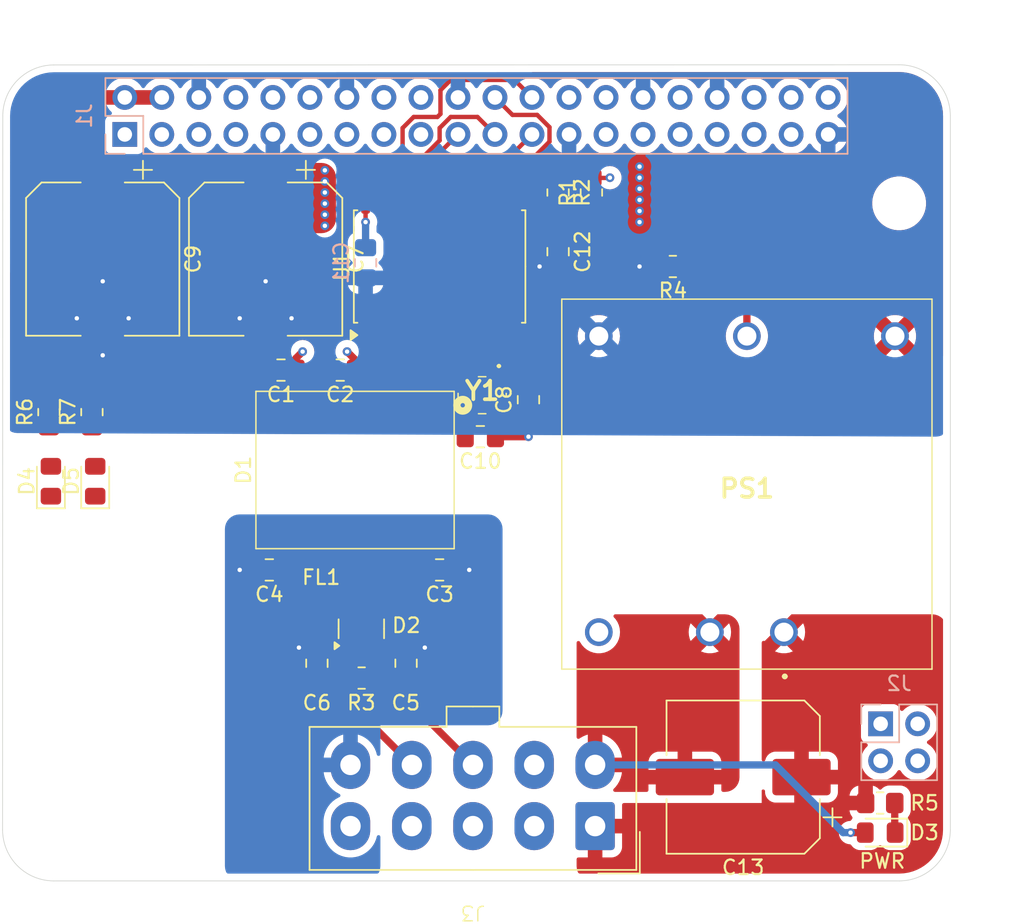
<source format=kicad_pcb>
(kicad_pcb (version 20240108) (generator "pcbnew") (generator_version "8.0")
  (layers (0 "F.Cu" signal) (1 "In1.Cu" signal) (2 "In2.Cu" signal) (31 "B.Cu" signal) (34 "B.Paste" user) (35 "F.Paste" user) (36 "B.SilkS" user "B.Silkscreen") (37 "F.SilkS" user "F.Silkscreen") (38 "B.Mask" user) (39 "F.Mask" user) (44 "Edge.Cuts" user))
  (net 0 "")
  (net 1 "Net-(U1-OSC1)")
  (net 2 "Net-(U1-OSC2)")
  (net 3 "Net-(C12-Pad1)")
  (net 4 "GNDPWR")
  (net 5 "GPIO_19")
  (net 6 "GPIO_17")
  (net 7 "Net-(D1-Visoin)")
  (net 8 "~{INT}")
  (net 9 "GPIO_22")
  (net 10 "GPIO_12")
  (net 13 "GPIO_16")
  (net 14 "GPIO_23")
  (net 15 "Net-(D1-CANH)")
  (net 16 "Net-(D1-CANL)")
  (net 17 "GPIO_18")
  (net 18 "GPIO_24")
  (net 20 "SPI_MISO")
  (net 21 "GPIO_20")
  (net 22 "CE0")
  (net 23 "+5V")
  (net 24 "SPI_MOSI")
  (net 25 "GPIO_21")
  (net 26 "GPIO_6")
  (net 27 "SPI_SCLK")
  (net 28 "Net-(D1-RXD)")
  (net 30 "Net-(D1-TXD)")
  (net 33 "GPIO_13")
  (net 37 "GPIO_27")
  (net 38 "GPIO_5")
  (net 39 "+3.3V")
  (net 42 "GPIO_26")
  (net 44 "CE1")
  (net 45 "Net-(U1-~{RESET})")
  (net 46 "GND")
  (net 47 "GND_CAN")
  (net 48 "+24V")
  (net 52 "CANH")
  (net 53 "CANL")
  (net 55 "Net-(PS1-TRIM)")
  (net 64 "Net-(D3-K)")
  (net 65 "Net-(D4-K)")
  (net 66 "Net-(D5-K)")
  (footprint "Capacitor_SMD:C_0805_2012Metric_Pad1.18x1.45mm_HandSolder" (layer "F.Cu") (at 134.112 100.704 180)
    (property "Reference" "C3" (at 0 -1.68 0) (layer "F.SilkS"))
    (property "Value" "0.1u")
    (pad "1" smd roundrect (at -1.0375 0 180) (size 1.175 1.45) (layers "F.Cu" "F.Paste" "F.Mask") (roundrect_rratio 0.212766) (net 47 "GND_CAN"))
    (pad "2" smd roundrect (at 1.0375 0 180) (size 1.175 1.45) (layers "F.Cu" "F.Paste" "F.Mask") (roundrect_rratio 0.212766) (net 7 "Net-(D1-Visoin)"))
  )
  (footprint "Resistor_SMD:R_0805_2012Metric_Pad1.20x1.40mm_HandSolder" (layer "F.Cu") (at 107.307 89.872 90)
    (property "Reference" "R6" (at 0 -1.65 90) (layer "F.SilkS"))
    (property "Value" "3k")
    (pad "1" smd roundrect (at -1 0 90) (size 1.2 1.4) (layers "F.Cu" "F.Paste" "F.Mask") (roundrect_rratio 0.208333) (net 65 "Net-(D4-K)"))
    (pad "2" smd roundrect (at 1 0 90) (size 1.2 1.4) (layers "F.Cu" "F.Paste" "F.Mask") (roundrect_rratio 0.208333) (net 46 "GND"))
  )
  (footprint "Resistor_SMD:R_0805_2012Metric_Pad1.20x1.40mm_HandSolder" (layer "F.Cu") (at 150.114 79.876 180)
    (property "Reference" "R4" (at 0 -1.65 360) (layer "F.SilkS"))
    (property "Value" "15k")
    (pad "1" smd roundrect (at -1 0 180) (size 1.2 1.4) (layers "F.Cu" "F.Paste" "F.Mask") (roundrect_rratio 0.208333) (net 55 "Net-(PS1-TRIM)"))
    (pad "2" smd roundrect (at 1 0 180) (size 1.2 1.4) (layers "F.Cu" "F.Paste" "F.Mask") (roundrect_rratio 0.208333) (net 46 "GND"))
  )
  (footprint "Capacitor_SMD:C_0805_2012Metric_Pad1.18x1.45mm_HandSolder" (layer "F.Cu") (at 123.2289 86.988 180)
    (property "Reference" "C1" (at 0 -1.68 0) (layer "F.SilkS"))
    (property "Value" "1u")
    (pad "1" smd roundrect (at -1.0375 0 180) (size 1.175 1.45) (layers "F.Cu" "F.Paste" "F.Mask") (roundrect_rratio 0.212766) (net 23 "+5V"))
    (pad "2" smd roundrect (at 1.0375 0 180) (size 1.175 1.45) (layers "F.Cu" "F.Paste" "F.Mask") (roundrect_rratio 0.212766) (net 46 "GND"))
  )
  (footprint "Resistor_SMD:R_0805_2012Metric_Pad1.20x1.40mm_HandSolder" (layer "F.Cu") (at 142.24 74.796 -90)
    (property "Reference" "R2" (at 0 -1.65 90) (layer "F.SilkS"))
    (property "Value" "1k")
    (pad "1" smd roundrect (at -1 0 270) (size 1.2 1.4) (layers "F.Cu" "F.Paste" "F.Mask") (roundrect_rratio 0.208333) (net 45 "Net-(U1-~{RESET})"))
    (pad "2" smd roundrect (at 1 0 270) (size 1.2 1.4) (layers "F.Cu" "F.Paste" "F.Mask") (roundrect_rratio 0.208333) (net 3 "Net-(C12-Pad1)"))
  )
  (footprint "Crystal_My:X322516MOB4SI" (layer "F.Cu") (at 137.03 88.712 180)
    (property "Reference" "Y1" (at 0 0.3 0) (layer "F.SilkS") (effects (font (size 1.27 1.27) (thickness 0.254))))
    (property "Value" "X322516MOB4SI" (hide yes))
    (pad "1" smd rect (at -1.1 0.85 270) (size 1.2 1.4) (layers "F.Cu" "F.Paste" "F.Mask") (net 1 "Net-(U1-OSC1)"))
    (pad "2" smd rect (at 1.1 0.85 270) (size 1.2 1.4) (layers "F.Cu" "F.Paste" "F.Mask") (net 46 "GND"))
    (pad "3" smd rect (at 1.1 -0.85 270) (size 1.2 1.4) (layers "F.Cu" "F.Paste" "F.Mask") (net 2 "Net-(U1-OSC2)"))
    (pad "4" smd rect (at -1.1 -0.85 270) (size 1.2 1.4) (layers "F.Cu" "F.Paste" "F.Mask") (net 46 "GND"))
  )
  (footprint "DCDC_My:SKMW30G12" (layer "F.Cu") (at 157.734 104.976)
    (property "Reference" "PS1" (at -2.54 -9.86 0) (layer "F.SilkS") (effects (font (size 1.27 1.27) (thickness 0.254))))
    (property "Value" "SKMW30F-05" (hide yes))
    (pad "1" thru_hole circle (at 0 0) (size 1.9 1.9) (drill 1.3) (layers "*.Cu" "*.Mask") (net 4 "GNDPWR"))
    (pad "2" thru_hole circle (at -5.08 0) (size 1.9 1.9) (drill 1.3) (layers "*.Cu" "*.Mask") (net 48 "+24V"))
    (pad "3" thru_hole circle (at 7.62 -20.32) (size 1.9 1.9) (drill 1.3) (layers "*.Cu" "*.Mask") (net 23 "+5V"))
    (pad "4" thru_hole circle (at -2.54 -20.32) (size 1.9 1.9) (drill 1.3) (layers "*.Cu" "*.Mask") (net 55 "Net-(PS1-TRIM)"))
    (pad "5" thru_hole circle (at -12.7 -20.32) (size 1.9 1.9) (drill 1.3) (layers "*.Cu" "*.Mask") (net 46 "GND"))
    (pad "6" thru_hole circle (at -12.7 0) (size 1.9 1.9) (drill 1.3) (layers "*.Cu" "*.Mask"))
  )
  (footprint "MountingHole:MountingHole_3.2mm_M3" (layer "F.Cu") (at 107.64 112.54)
    (property "Reference" "H6" (hide yes))
    (property "Value" "MountingHole" (hide yes))
    (pad "" np_thru_hole circle (at 0 0) (size 3.2 3.2) (drill 3.2) (layers "*.Cu" "*.Mask"))
  )
  (footprint "Capacitor_SMD:C_0805_2012Metric_Pad1.18x1.45mm_HandSolder" (layer "F.Cu") (at 127.2929 86.988 180)
    (property "Reference" "C2" (at 0 -1.68 0) (layer "F.SilkS"))
    (property "Value" "0.1u")
    (pad "1" smd roundrect (at -1.0375 0 180) (size 1.175 1.45) (layers "F.Cu" "F.Paste" "F.Mask") (roundrect_rratio 0.212766) (net 39 "+3.3V"))
    (pad "2" smd roundrect (at 1.0375 0 180) (size 1.175 1.45) (layers "F.Cu" "F.Paste" "F.Mask") (roundrect_rratio 0.212766) (net 46 "GND"))
  )
  (footprint "Package_TO_SOT_SMD:SOT-23" (layer "F.Cu") (at 128.7405 104.7475 90)
    (property "Reference" "D2" (at 0.2335 3.0855 180) (layer "F.SilkS"))
    (property "Value" "PESD2CAN")
    (pad "1" smd roundrect (at -0.9375 -0.95 90) (size 1.475 0.6) (layers "F.Cu" "F.Paste" "F.Mask") (net 53 "CANL"))
    (pad "2" smd roundrect (at -0.9375 0.95 90) (size 1.475 0.6) (layers "F.Cu" "F.Paste" "F.Mask") (net 52 "CANH"))
    (pad "3" smd roundrect (at 0.9375 0 90) (size 1.475 0.6) (layers "F.Cu" "F.Paste" "F.Mask") (net 47 "GND_CAN"))
  )
  (footprint "Capacitor_SMD:C_0805_2012Metric_Pad1.18x1.45mm_HandSolder" (layer "F.Cu") (at 136.906 91.56 180)
    (property "Reference" "C10" (at 0 -1.68 0) (layer "F.SilkS"))
    (property "Value" "22p")
    (pad "1" smd roundrect (at -1.0375 0 180) (size 1.175 1.45) (layers "F.Cu" "F.Paste" "F.Mask") (roundrect_rratio 0.212766) (net 46 "GND"))
    (pad "2" smd roundrect (at 1.0375 0 180) (size 1.175 1.45) (layers "F.Cu" "F.Paste" "F.Mask") (roundrect_rratio 0.212766) (net 2 "Net-(U1-OSC2)"))
  )
  (footprint "Capacitor_SMD:C_0805_2012Metric_Pad1.18x1.45mm_HandSolder" (layer "F.Cu") (at 125.6925 107.112 90)
    (property "Reference" "C6" (at -2.7155 0 180) (layer "F.SilkS"))
    (property "Value" "0.1u")
    (pad "1" smd roundrect (at -1.0375 0 90) (size 1.175 1.45) (layers "F.Cu" "F.Paste" "F.Mask") (roundrect_rratio 0.212766) (net 53 "CANL"))
    (pad "2" smd roundrect (at 1.0375 0 90) (size 1.175 1.45) (layers "F.Cu" "F.Paste" "F.Mask") (roundrect_rratio 0.212766) (net 47 "GND_CAN"))
  )
  (footprint "Molex_My:MIni-Fit_02x05_Vertical" (layer "F.Cu") (at 136.398 116.64 180)
    (property "Reference" "J3" (at 0 -7.612 180) (layer "F.SilkS") (effects (font (thickness 0.1))))
    (property "Value" "DS1073-01-2x5-MR3T6")
    (pad "1" thru_hole roundrect (at -8.382 -1.651 180) (size 2.7 3.3) (drill 1.4) (layers "*.Cu" "*.Mask") (roundrect_rratio 0.092593) (net 4 "GNDPWR"))
    (pad "2" thru_hole oval (at -4.2 -1.651 180) (size 2.7 3.3) (drill 1.4) (layers "*.Cu" "*.Mask"))
    (pad "3" thru_hole oval (at 0 -1.651 180) (size 2.7 3.3) (drill 1.4) (layers "*.Cu" "*.Mask"))
    (pad "4" thru_hole oval (at 4.191 -1.651 180) (size 2.7 3.3) (drill 1.4) (layers "*.Cu" "*.Mask"))
    (pad "5" thru_hole oval (at 8.4 -1.651 180) (size 2.7 3.3) (drill 1.4) (layers "*.Cu" "*.Mask"))
    (pad "6" thru_hole oval (at -8.382 2.549 180) (size 2.7 3.3) (drill 1.4) (layers "*.Cu" "*.Mask") (net 48 "+24V"))
    (pad "7" thru_hole oval (at -4.2 2.549 180) (size 2.7 3.3) (drill 1.4) (layers "*.Cu" "*.Mask"))
    (pad "8" thru_hole oval (at 0 2.549 180) (size 2.7 3.3) (drill 1.4) (layers "*.Cu" "*.Mask") (net 52 "CANH"))
    (pad "9" thru_hole oval (at 4.191 2.549 180) (size 2.7 3.3) (drill 1.4) (layers "*.Cu" "*.Mask") (net 53 "CANL"))
    (pad "10" thru_hole oval (at 8.4 2.549 180) (size 2.7 3.3) (drill 1.4) (layers "*.Cu" "*.Mask") (net 47 "GND_CAN"))
  )
  (footprint "Resistor_SMD:R_0805_2012Metric_Pad1.20x1.40mm_HandSolder" (layer "F.Cu") (at 144.526 74.796 90)
    (property "Reference" "R1" (at 0 -1.65 90) (layer "F.SilkS"))
    (property "Value" "1k")
    (pad "1" smd roundrect (at -1 0 90) (size 1.2 1.4) (layers "F.Cu" "F.Paste" "F.Mask") (roundrect_rratio 0.208333) (net 3 "Net-(C12-Pad1)"))
    (pad "2" smd roundrect (at 1 0 90) (size 1.2 1.4) (layers "F.Cu" "F.Paste" "F.Mask") (roundrect_rratio 0.208333) (net 39 "+3.3V"))
  )
  (footprint "Resistor_SMD:R_0805_2012Metric_Pad1.20x1.40mm_HandSolder" (layer "F.Cu") (at 128.762 108.128)
    (property "Reference" "R3" (at -0.0215 1.6995 0) (layer "F.SilkS"))
    (property "Value" "120")
    (pad "1" smd roundrect (at -1 0) (size 1.2 1.4) (layers "F.Cu" "F.Paste" "F.Mask") (roundrect_rratio 0.208333) (net 53 "CANL"))
    (pad "2" smd roundrect (at 1 0) (size 1.2 1.4) (layers "F.Cu" "F.Paste" "F.Mask") (roundrect_rratio 0.208333) (net 52 "CANH"))
  )
  (footprint "LED_SMD:LED_0805_2012Metric_Pad1.15x1.40mm_HandSolder" (layer "F.Cu") (at 107.442 94.617 90)
    (property "Reference" "D4" (at 0 -1.65 90) (layer "F.SilkS"))
    (property "Value" "LED_Small")
    (pad "1" smd roundrect (at -1.025 0 90) (size 1.15 1.4) (layers "F.Cu" "F.Paste" "F.Mask") (roundrect_rratio 0.217391) (net 65 "Net-(D4-K)"))
    (pad "2" smd roundrect (at 1.025 0 90) (size 1.15 1.4) (layers "F.Cu" "F.Paste" "F.Mask") (roundrect_rratio 0.217391) (net 23 "+5V"))
  )
  (footprint "Capacitor_SMD:CP_Elec_10x10" (layer "F.Cu") (at 154.94 114.928 180)
    (property "Reference" "C13" (at 0 -6.2 0) (layer "F.SilkS"))
    (property "Value" "100u")
    (pad "1" smd roundrect (at -4 0 180) (size 4 2.5) (layers "F.Cu" "F.Paste" "F.Mask") (roundrect_rratio 0.1) (net 4 "GNDPWR"))
    (pad "2" smd roundrect (at 4 0 180) (size 4 2.5) (layers "F.Cu" "F.Paste" "F.Mask") (roundrect_rratio 0.1) (net 48 "+24V"))
  )
  (footprint "Capacitor_SMD:CP_Elec_10x10" (layer "F.Cu") (at 122.174 79.368 -90)
    (property "Reference" "C7" (at 0 -6.2 90) (layer "F.SilkS"))
    (property "Value" "470u")
    (pad "1" smd roundrect (at -4 0 270) (size 4 2.5) (layers "F.Cu" "F.Paste" "F.Mask") (roundrect_rratio 0.1) (net 23 "+5V"))
    (pad "2" smd roundrect (at 4 0 270) (size 4 2.5) (layers "F.Cu" "F.Paste" "F.Mask") (roundrect_rratio 0.1) (net 46 "GND"))
  )
  (footprint "Filter_My:ACM25201022PT002" (layer "F.Cu") (at 128.778 101.212 180)
    (property "Reference" "FL1" (at 2.794 0 0) (layer "F.SilkS"))
    (property "Value" "ACM2520-301-2P" (hide yes))
    (pad "1" smd rect (at -1.15 -0.65 270) (size 0.4 0.8) (layers "F.Cu" "F.Paste" "F.Mask") (net 15 "Net-(D1-CANH)"))
    (pad "2" smd rect (at -1.15 0.65 270) (size 0.4 0.8) (layers "F.Cu" "F.Paste" "F.Mask") (net 52 "CANH"))
    (pad "3" smd rect (at 1.15 0.65 270) (size 0.4 0.8) (layers "F.Cu" "F.Paste" "F.Mask") (net 16 "Net-(D1-CANL)"))
    (pad "4" smd rect (at 1.15 -0.65 270) (size 0.4 0.8) (layers "F.Cu" "F.Paste" "F.Mask") (net 53 "CANL"))
  )
  (footprint "Resistor_SMD:R_0805_2012Metric_Pad1.20x1.40mm_HandSolder" (layer "F.Cu") (at 164.338 116.706 180)
    (property "Reference" "R5" (at -3.048 0 360) (layer "F.SilkS"))
    (property "Value" "3k")
    (pad "1" smd roundrect (at -1 0 180) (size 1.2 1.4) (layers "F.Cu" "F.Paste" "F.Mask") (roundrect_rratio 0.208333) (net 64 "Net-(D3-K)"))
    (pad "2" smd roundrect (at 1 0 180) (size 1.2 1.4) (layers "F.Cu" "F.Paste" "F.Mask") (roundrect_rratio 0.208333) (net 4 "GNDPWR"))
  )
  (footprint "LED_SMD:LED_0805_2012Metric_Pad1.15x1.40mm_HandSolder" (layer "F.Cu") (at 164.338 118.738 180)
    (property "Reference" "D3" (at -3.048 0 360) (layer "F.SilkS"))
    (property "Value" "PWR")
    (pad "1" smd roundrect (at -1.025 0 180) (size 1.15 1.4) (layers "F.Cu" "F.Paste" "F.Mask") (roundrect_rratio 0.217391) (net 64 "Net-(D3-K)"))
    (pad "2" smd roundrect (at 1.025 0 180) (size 1.15 1.4) (layers "F.Cu" "F.Paste" "F.Mask") (roundrect_rratio 0.217391) (net 48 "+24V"))
  )
  (footprint "Capacitor_SMD:C_0805_2012Metric_Pad1.18x1.45mm_HandSolder" (layer "F.Cu") (at 140.208 89.02 90)
    (property "Reference" "C8" (at 0 -1.68 90) (layer "F.SilkS"))
    (property "Value" "22p")
    (pad "1" smd roundrect (at -1.0375 0 90) (size 1.175 1.45) (layers "F.Cu" "F.Paste" "F.Mask") (roundrect_rratio 0.212766) (net 46 "GND"))
    (pad "2" smd roundrect (at 1.0375 0 90) (size 1.175 1.45) (layers "F.Cu" "F.Paste" "F.Mask") (roundrect_rratio 0.212766) (net 1 "Net-(U1-OSC1)"))
  )
  (footprint "Capacitor_SMD:C_0805_2012Metric_Pad1.18x1.45mm_HandSolder" (layer "F.Cu") (at 142.24 78.86 -90)
    (property "Reference" "C12" (at 0 -1.68 90) (layer "F.SilkS"))
    (property "Value" "0.1u")
    (pad "1" smd roundrect (at -1.0375 0 270) (size 1.175 1.45) (layers "F.Cu" "F.Paste" "F.Mask") (roundrect_rratio 0.212766) (net 3 "Net-(C12-Pad1)"))
    (pad "2" smd roundrect (at 1.0375 0 270) (size 1.175 1.45) (layers "F.Cu" "F.Paste" "F.Mask") (roundrect_rratio 0.212766) (net 46 "GND"))
  )
  (footprint "Resistor_SMD:R_0805_2012Metric_Pad1.20x1.40mm_HandSolder" (layer "F.Cu") (at 110.257 89.872 90)
    (property "Reference" "R7" (at 0 -1.65 90) (layer "F.SilkS"))
    (property "Value" "3k")
    (pad "1" smd roundrect (at -1 0 90) (size 1.2 1.4) (layers "F.Cu" "F.Paste" "F.Mask") (roundrect_rratio 0.208333) (net 66 "Net-(D5-K)"))
    (pad "2" smd roundrect (at 1 0 90) (size 1.2 1.4) (layers "F.Cu" "F.Paste" "F.Mask") (roundrect_rratio 0.208333) (net 46 "GND"))
  )
  (footprint "Package_SO:SOIC-18W_7.5x11.6mm_P1.27mm" (layer "F.Cu") (at 134.112 79.876 90)
    (property "Reference" "U1" (at 0 -6.72 90) (layer "F.SilkS"))
    (property "Value" "MCP2515-xSO")
    (pad "1" smd roundrect (at -4.65 -5.08 90) (size 2.05 0.6) (layers "F.Cu" "F.Paste" "F.Mask") (net 30 "Net-(D1-TXD)"))
    (pad "2" smd roundrect (at -4.65 -3.81 90) (size 2.05 0.6) (layers "F.Cu" "F.Paste" "F.Mask") (net 28 "Net-(D1-RXD)"))
    (pad "3" smd roundrect (at -4.65 -2.54 90) (size 2.05 0.6) (layers "F.Cu" "F.Paste" "F.Mask"))
    (pad "4" smd roundrect (at -4.65 -1.27 90) (size 2.05 0.6) (layers "F.Cu" "F.Paste" "F.Mask"))
    (pad "5" smd roundrect (at -4.65 0 90) (size 2.05 0.6) (layers "F.Cu" "F.Paste" "F.Mask"))
    (pad "6" smd roundrect (at -4.65 1.27 90) (size 2.05 0.6) (layers "F.Cu" "F.Paste" "F.Mask"))
    (pad "7" smd roundrect (at -4.65 2.54 90) (size 2.05 0.6) (layers "F.Cu" "F.Paste" "F.Mask") (net 2 "Net-(U1-OSC2)"))
    (pad "8" smd roundrect (at -4.65 3.81 90) (size 2.05 0.6) (layers "F.Cu" "F.Paste" "F.Mask") (net 1 "Net-(U1-OSC1)"))
    (pad "9" smd roundrect (at -4.65 5.08 90) (size 2.05 0.6) (layers "F.Cu" "F.Paste" "F.Mask") (net 46 "GND"))
    (pad "10" smd roundrect (at 4.65 5.08 90) (size 2.05 0.6) (layers "F.Cu" "F.Paste" "F.Mask"))
    (pad "11" smd roundrect (at 4.65 3.81 90) (size 2.05 0.6) (layers "F.Cu" "F.Paste" "F.Mask"))
    (pad "12" smd roundrect (at 4.65 2.54 90) (size 2.05 0.6) (layers "F.Cu" "F.Paste" "F.Mask") (net 8 "~{INT}"))
    (pad "13" smd roundrect (at 4.65 1.27 90) (size 2.05 0.6) (layers "F.Cu" "F.Paste" "F.Mask") (net 27 "SPI_SCLK"))
    (pad "14" smd roundrect (at 4.65 0 90) (size 2.05 0.6) (layers "F.Cu" "F.Paste" "F.Mask") (net 24 "SPI_MOSI"))
    (pad "15" smd roundrect (at 4.65 -1.27 90) (size 2.05 0.6) (layers "F.Cu" "F.Paste" "F.Mask") (net 20 "SPI_MISO"))
    (pad "16" smd roundrect (at 4.65 -2.54 90) (size 2.05 0.6) (layers "F.Cu" "F.Paste" "F.Mask") (net 22 "CE0"))
    (pad "17" smd roundrect (at 4.65 -3.81 90) (size 2.05 0.6) (layers "F.Cu" "F.Paste" "F.Mask") (net 45 "Net-(U1-~{RESET})"))
    (pad "18" smd roundrect (at 4.65 -5.08 90) (size 2.05 0.6) (layers "F.Cu" "F.Paste" "F.Mask") (net 39 "+3.3V"))
  )
  (footprint "Mornsun_My:DFN-20" (layer "F.Cu") (at 128.3089 93.846 180)
    (property "Reference" "D1" (at 7.6589 0 90) (layer "F.SilkS"))
    (property "Value" "TD541SCANH")
    (pad "1" smd rect (at -5.715 4.35 90) (size 1.9 0.9) (layers "F.Cu" "F.Paste" "F.Mask") (net 46 "GND"))
    (pad "2" smd rect (at -4.445 4.35 90) (size 1.9 0.9) (layers "F.Cu" "F.Paste" "F.Mask"))
    (pad "3" smd rect (at -3.175 4.35 90) (size 1.9 0.9) (layers "F.Cu" "F.Paste" "F.Mask") (net 46 "GND"))
    (pad "4" smd rect (at -1.905 4.35 90) (size 1.9 0.9) (layers "F.Cu" "F.Paste" "F.Mask") (net 28 "Net-(D1-RXD)"))
    (pad "5" smd rect (at -0.635 4.35 90) (size 1.9 0.9) (layers "F.Cu" "F.Paste" "F.Mask") (net 30 "Net-(D1-TXD)"))
    (pad "6" smd rect (at 0.635 4.35 90) (size 1.9 0.9) (layers "F.Cu" "F.Paste" "F.Mask") (net 39 "+3.3V"))
    (pad "7" smd rect (at 1.905 4.35 90) (size 1.9 0.9) (layers "F.Cu" "F.Paste" "F.Mask") (net 46 "GND"))
    (pad "8" smd rect (at 3.175 4.35 90) (size 1.9 0.9) (layers "F.Cu" "F.Paste" "F.Mask") (net 23 "+5V"))
    (pad "9" smd rect (at 4.445 4.35 90) (size 1.9 0.9) (layers "F.Cu" "F.Paste" "F.Mask") (net 46 "GND"))
    (pad "10" smd rect (at 5.715 4.35 90) (size 1.9 0.9) (layers "F.Cu" "F.Paste" "F.Mask") (net 46 "GND"))
    (pad "11" smd rect (at 5.715 -4.35 90) (size 1.9 0.9) (layers "F.Cu" "F.Paste" "F.Mask") (net 47 "GND_CAN"))
    (pad "12" smd rect (at 4.445 -4.35 90) (size 1.9 0.9) (layers "F.Cu" "F.Paste" "F.Mask") (net 7 "Net-(D1-Visoin)"))
    (pad "13" smd rect (at 3.175 -4.35 90) (size 1.9 0.9) (layers "F.Cu" "F.Paste" "F.Mask") (net 47 "GND_CAN"))
    (pad "14" smd rect (at 1.905 -4.35 90) (size 1.9 0.9) (layers "F.Cu" "F.Paste" "F.Mask"))
    (pad "15" smd rect (at 0.635 -4.35 90) (size 1.9 0.9) (layers "F.Cu" "F.Paste" "F.Mask") (net 16 "Net-(D1-CANL)"))
    (pad "16" smd rect (at -0.635 -4.35 90) (size 1.9 0.9) (layers "F.Cu" "F.Paste" "F.Mask") (net 47 "GND_CAN"))
    (pad "17" smd rect (at -1.905 -4.35 90) (size 1.9 0.9) (layers "F.Cu" "F.Paste" "F.Mask") (net 15 "Net-(D1-CANH)"))
    (pad "18" smd rect (at -3.175 -4.35 90) (size 1.9 0.9) (layers "F.Cu" "F.Paste" "F.Mask") (net 47 "GND_CAN"))
    (pad "19" smd rect (at -4.445 -4.35 90) (size 1.9 0.9) (layers "F.Cu" "F.Paste" "F.Mask") (net 7 "Net-(D1-Visoin)"))
    (pad "20" smd rect (at -5.715 -4.35 90) (size 1.9 0.9) (layers "F.Cu" "F.Paste" "F.Mask") (net 47 "GND_CAN"))
  )
  (footprint "LED_SMD:LED_0805_2012Metric_Pad1.15x1.40mm_HandSolder" (layer "F.Cu") (at 110.482 94.617 90)
    (property "Reference" "D5" (at 0 -1.65 90) (layer "F.SilkS"))
    (property "Value" "LED_Small")
    (pad "1" smd roundrect (at -1.025 0 90) (size 1.15 1.4) (layers "F.Cu" "F.Paste" "F.Mask") (roundrect_rratio 0.217391) (net 66 "Net-(D5-K)"))
    (pad "2" smd roundrect (at 1.025 0 90) (size 1.15 1.4) (layers "F.Cu" "F.Paste" "F.Mask") (roundrect_rratio 0.217391) (net 39 "+3.3V"))
  )
  (footprint "Capacitor_SMD:C_0805_2012Metric_Pad1.18x1.45mm_HandSolder" (layer "F.Cu") (at 131.81 107.112 -90)
    (property "Reference" "C5" (at 2.7155 0.0215 180) (layer "F.SilkS"))
    (property "Value" "0.1u")
    (pad "1" smd roundrect (at -1.0375 0 270) (size 1.175 1.45) (layers "F.Cu" "F.Paste" "F.Mask") (roundrect_rratio 0.212766) (net 47 "GND_CAN"))
    (pad "2" smd roundrect (at 1.0375 0 270) (size 1.175 1.45) (layers "F.Cu" "F.Paste" "F.Mask") (roundrect_rratio 0.212766) (net 52 "CANH"))
  )
  (footprint "Capacitor_SMD:CP_Elec_10x10" (layer "F.Cu") (at 110.998 79.368 -90)
    (property "Reference" "C9" (at 0 -6.2 90) (layer "F.SilkS"))
    (property "Value" "470u")
    (pad "1" smd roundrect (at -4 0 270) (size 4 2.5) (layers "F.Cu" "F.Paste" "F.Mask") (roundrect_rratio 0.1) (net 23 "+5V"))
    (pad "2" smd roundrect (at 4 0 270) (size 4 2.5) (layers "F.Cu" "F.Paste" "F.Mask") (roundrect_rratio 0.1) (net 46 "GND"))
  )
  (footprint "Capacitor_SMD:C_0805_2012Metric_Pad1.18x1.45mm_HandSolder" (layer "F.Cu") (at 122.428 100.704 180)
    (property "Reference" "C4" (at 0 -1.68 0) (layer "F.SilkS"))
    (property "Value" "1u")
    (pad "1" smd roundrect (at -1.0375 0 180) (size 1.175 1.45) (layers "F.Cu" "F.Paste" "F.Mask") (roundrect_rratio 0.212766) (net 7 "Net-(D1-Visoin)"))
    (pad "2" smd roundrect (at 1.0375 0 180) (size 1.175 1.45) (layers "F.Cu" "F.Paste" "F.Mask") (roundrect_rratio 0.212766) (net 47 "GND_CAN"))
  )
  (footprint "MountingHole:MountingHole_3.2mm_M3" (layer "F.Cu") (at 165.64 75.54)
    (property "Reference" "H5" (hide yes))
    (property "Value" "MountingHole" (hide yes))
    (pad "" np_thru_hole circle (at 0 0) (size 3.2 3.2) (drill 3.2) (layers "*.Cu" "*.Mask"))
  )
  (footprint "Connector_PinSocket_2.54mm:PinSocket_2x02_P2.54mm_Vertical" (layer "B.Cu") (at 164.37 111.27 180)
    (property "Reference" "J2" (at -1.27 2.77 0) (layer "B.SilkS") (effects (justify mirror)))
    (property "Value" "Conn_02x02_Odd_Even")
    (pad "1" thru_hole rect (at 0 0 180) (size 1.7 1.7) (drill 1) (layers "*.Cu" "*.Mask"))
    (pad "2" thru_hole oval (at -2.54 0 180) (size 1.7 1.7) (drill 1) (layers "*.Cu" "*.Mask"))
    (pad "3" thru_hole oval (at 0 -2.54 180) (size 1.7 1.7) (drill 1) (layers "*.Cu" "*.Mask"))
    (pad "4" thru_hole oval (at -2.54 -2.54 180) (size 1.7 1.7) (drill 1) (layers "*.Cu" "*.Mask"))
  )
  (footprint "Connector_PinSocket_2.54mm:PinSocket_2x20_P2.54mm_Vertical" (layer "B.Cu") (at 112.51 70.81 -90)
    (property "Reference" "J1" (at -1.27 2.77 90) (layer "B.SilkS") (effects (justify mirror)))
    (property "Value" "Raspberry Connector")
    (pad "1" thru_hole rect (at 0 0 270) (size 1.7 1.7) (drill 1) (layers "*.Cu" "*.Mask") (net 39 "+3.3V"))
    (pad "2" thru_hole oval (at -2.54 0 270) (size 1.7 1.7) (drill 1) (layers "*.Cu" "*.Mask") (net 23 "+5V"))
    (pad "3" thru_hole oval (at 0 -2.54 270) (size 1.7 1.7) (drill 1) (layers "*.Cu" "*.Mask"))
    (pad "4" thru_hole oval (at -2.54 -2.54 270) (size 1.7 1.7) (drill 1) (layers "*.Cu" "*.Mask") (net 23 "+5V"))
    (pad "5" thru_hole oval (at 0 -5.08 270) (size 1.7 1.7) (drill 1) (layers "*.Cu" "*.Mask"))
    (pad "6" thru_hole oval (at -2.54 -5.08 270) (size 1.7 1.7) (drill 1) (layers "*.Cu" "*.Mask") (net 46 "GND"))
    (pad "7" thru_hole oval (at 0 -7.62 270) (size 1.7 1.7) (drill 1) (layers "*.Cu" "*.Mask"))
    (pad "8" thru_hole oval (at -2.54 -7.62 270) (size 1.7 1.7) (drill 1) (layers "*.Cu" "*.Mask"))
    (pad "9" thru_hole oval (at 0 -10.16 270) (size 1.7 1.7) (drill 1) (layers "*.Cu" "*.Mask") (net 46 "GND"))
    (pad "10" thru_hole oval (at -2.54 -10.16 270) (size 1.7 1.7) (drill 1) (layers "*.Cu" "*.Mask"))
    (pad "11" thru_hole oval (at 0 -12.7 270) (size 1.7 1.7) (drill 1) (layers "*.Cu" "*.Mask") (net 6 "GPIO_17"))
    (pad "12" thru_hole oval (at -2.54 -12.7 270) (size 1.7 1.7) (drill 1) (layers "*.Cu" "*.Mask") (net 17 "GPIO_18"))
    (pad "13" thru_hole oval (at 0 -15.24 270) (size 1.7 1.7) (drill 1) (layers "*.Cu" "*.Mask") (net 37 "GPIO_27"))
    (pad "14" thru_hole oval (at -2.54 -15.24 270) (size 1.7 1.7) (drill 1) (layers "*.Cu" "*.Mask") (net 46 "GND"))
    (pad "15" thru_hole oval (at 0 -17.78 270) (size 1.7 1.7) (drill 1) (layers "*.Cu" "*.Mask") (net 9 "GPIO_22"))
    (pad "16" thru_hole oval (at -2.54 -17.78 270) (size 1.7 1.7) (drill 1) (layers "*.Cu" "*.Mask") (net 14 "GPIO_23"))
    (pad "17" thru_hole oval (at 0 -20.32 270) (size 1.7 1.7) (drill 1) (layers "*.Cu" "*.Mask") (net 39 "+3.3V"))
    (pad "18" thru_hole oval (at -2.54 -20.32 270) (size 1.7 1.7) (drill 1) (layers "*.Cu" "*.Mask") (net 18 "GPIO_24"))
    (pad "19" thru_hole oval (at 0 -22.86 270) (size 1.7 1.7) (drill 1) (layers "*.Cu" "*.Mask") (net 24 "SPI_MOSI"))
    (pad "20" thru_hole oval (at -2.54 -22.86 270) (size 1.7 1.7) (drill 1) (layers "*.Cu" "*.Mask") (net 46 "GND"))
    (pad "21" thru_hole oval (at 0 -25.4 270) (size 1.7 1.7) (drill 1) (layers "*.Cu" "*.Mask") (net 20 "SPI_MISO"))
    (pad "22" thru_hole oval (at -2.54 -25.4 270) (size 1.7 1.7) (drill 1) (layers "*.Cu" "*.Mask") (net 8 "~{INT}"))
    (pad "23" thru_hole oval (at 0 -27.94 270) (size 1.7 1.7) (drill 1) (layers "*.Cu" "*.Mask") (net 27 "SPI_SCLK"))
    (pad "24" thru_hole oval (at -2.54 -27.94 270) (size 1.7 1.7) (drill 1) (layers "*.Cu" "*.Mask") (net 22 "CE0"))
    (pad "25" thru_hole oval (at 0 -30.48 270) (size 1.7 1.7) (drill 1) (layers "*.Cu" "*.Mask") (net 46 "GND"))
    (pad "26" thru_hole oval (at -2.54 -30.48 270) (size 1.7 1.7) (drill 1) (layers "*.Cu" "*.Mask") (net 44 "CE1"))
    (pad "27" thru_hole oval (at 0 -33.02 270) (size 1.7 1.7) (drill 1) (layers "*.Cu" "*.Mask"))
    (pad "28" thru_hole oval (at -2.54 -33.02 270) (size 1.7 1.7) (drill 1) (layers "*.Cu" "*.Mask"))
    (pad "29" thru_hole oval (at 0 -35.56 270) (size 1.7 1.7) (drill 1) (layers "*.Cu" "*.Mask") (net 38 "GPIO_5"))
    (pad "30" thru_hole oval (at -2.54 -35.56 270) (size 1.7 1.7) (drill 1) (layers "*.Cu" "*.Mask") (net 46 "GND"))
    (pad "31" thru_hole oval (at 0 -38.1 270) (size 1.7 1.7) (drill 1) (layers "*.Cu" "*.Mask") (net 26 "GPIO_6"))
    (pad "32" thru_hole oval (at -2.54 -38.1 270) (size 1.7 1.7) (drill 1) (layers "*.Cu" "*.Mask") (net 10 "GPIO_12"))
    (pad "33" thru_hole oval (at 0 -40.64 270) (size 1.7 1.7) (drill 1) (layers "*.Cu" "*.Mask") (net 33 "GPIO_13"))
    (pad "34" thru_hole oval (at -2.54 -40.64 270) (size 1.7 1.7) (drill 1) (layers "*.Cu" "*.Mask") (net 46 "GND"))
    (pad "35" thru_hole oval (at 0 -43.18 270) (size 1.7 1.7) (drill 1) (layers "*.Cu" "*.Mask") (net 5 "GPIO_19"))
    (pad "36" thru_hole oval (at -2.54 -43.18 270) (size 1.7 1.7) (drill 1) (layers "*.Cu" "*.Mask") (net 13 "GPIO_16"))
    (pad "37" thru_hole oval (at 0 -45.72 270) (size 1.7 1.7) (drill 1) (layers "*.Cu" "*.Mask") (net 42 "GPIO_26"))
    (pad "38" thru_hole oval (at -2.54 -45.72 270) (size 1.7 1.7) (drill 1) (layers "*.Cu" "*.Mask") (net 21 "GPIO_20"))
    (pad "39" thru_hole oval (at 0 -48.26 270) (size 1.7 1.7) (drill 1) (layers "*.Cu" "*.Mask") (net 46 "GND"))
    (pad "40" thru_hole oval (at -2.54 -48.26 270) (size 1.7 1.7) (drill 1) (layers "*.Cu" "*.Mask") (net 25 "GPIO_21"))
  )
  (footprint "Capacitor_SMD:C_0805_2012Metric_Pad1.18x1.45mm_HandSolder" (layer "B.Cu") (at 129.032 79.622 -90)
    (property "Reference" "C11" (at 0 1.68 90) (layer "B.SilkS") (effects (justify mirror)))
    (property "Value" "1u")
    (pad "1" smd roundrect (at -1.0375 0 270) (size 1.175 1.45) (layers "B.Cu" "B.Paste" "B.Mask") (roundrect_rratio 0.212766) (net 39 "+3.3V"))
    (pad "2" smd roundrect (at 1.0375 0 270) (size 1.175 1.45) (layers "B.Cu" "B.Paste" "B.Mask") (roundrect_rratio 0.212766) (net 46 "GND"))
  )
  (gr_line (start 169.152068 118.552068) (end 169.152068 69.527933) (stroke (width 0.05)) (layer "Edge.Cuts"))
  (gr_line (start 104.14 69.54) (end 104.127933 118.552068) (stroke (width 0.05)) (layer "Edge.Cuts"))
  (gr_arc (start 107.627933 122.052068) (mid 105.156579 121.023422) (end 104.127933 118.552068) (stroke (width 0.05)) (layer "Edge.Cuts"))
  (gr_arc (start 169.152068 118.552068) (mid 168.123422 121.023422) (end 165.652068 122.052068) (stroke (width 0.05)) (layer "Edge.Cuts"))
  (gr_line (start 107.627933 122.052068) (end 165.652068 122.052068) (stroke (width 0.05)) (layer "Edge.Cuts"))
  (gr_arc (start 104.14 69.54) (mid 105.168646 67.068646) (end 107.64 66.04) (stroke (width 0.05)) (layer "Edge.Cuts"))
  (gr_arc (start 165.652068 66.027933) (mid 168.123421 67.056579) (end 169.152068 69.527933) (stroke (width 0.05)) (layer "Edge.Cuts"))
  (gr_line (start 165.652068 66.027933) (end 107.64 66.04) (stroke (width 0.05)) (layer "Edge.Cuts"))
  (gr_text "PWR" (at 162.814 121.278 0) (layer "F.SilkS") (effects (font (size 1 1)) (justify left bottom)))
  (segment (start 140.208 87.9825) (end 138.2505 87.9825) (width 0.3) (layer "F.Cu") (net 1))
  (segment (start 138.2505 87.9825) (end 138.13 87.862) (width 0.3) (layer "F.Cu") (net 1))
  (segment (start 138.3175 87.6745) (end 138.13 87.862) (width 0.3) (layer "F.Cu") (net 1))
  (segment (start 137.922 84.526) (end 137.922 87.654) (width 0.3) (layer "F.Cu") (net 1))
  (segment (start 137.922 87.654) (end 138.13 87.862) (width 0.3) (layer "F.Cu") (net 1))
  (segment (start 136.652 84.526) (end 136.652 85.972) (width 0.3) (layer "F.Cu") (net 2))
  (segment (start 136.03 89.562) (end 135.93 89.562) (width 0.3) (layer "F.Cu") (net 2))
  (segment (start 136.652 85.972) (end 136.98 86.3) (width 0.3) (layer "F.Cu") (net 2))
  (segment (start 135.8685 89.6235) (end 135.93 89.562) (width 0.3) (layer "F.Cu") (net 2))
  (segment (start 135.8685 91.56) (end 135.8685 89.6235) (width 0.3) (layer "F.Cu") (net 2))
  (segment (start 136.98 88.612) (end 136.03 89.562) (width 0.3) (layer "F.Cu") (net 2))
  (segment (start 136.98 86.3) (end 136.98 88.612) (width 0.3) (layer "F.Cu") (net 2))
  (segment (start 135.7425 89.7495) (end 135.93 89.562) (width 0.3) (layer "F.Cu") (net 2))
  (segment (start 142.24 75.796) (end 142.24 77.8225) (width 0.3) (layer "F.Cu") (net 3))
  (segment (start 144.526 75.796) (end 142.24 75.796) (width 0.3) (layer "F.Cu") (net 3))
  (segment (start 123.8639 98.196) (end 123.8639 100.3056) (width 0.5) (layer "F.Cu") (net 7))
  (segment (start 123.8639 100.3056) (end 123.4655 100.704) (width 0.5) (layer "F.Cu") (net 7))
  (segment (start 132.7539 98.196) (end 132.7539 100.3834) (width 0.5) (layer "F.Cu") (net 7))
  (segment (start 132.7539 100.3834) (end 133.0745 100.704) (width 0.5) (layer "F.Cu") (net 7))
  (segment (start 136.652 74.201001) (end 138.097001 72.756) (width 0.3) (layer "F.Cu") (net 8))
  (segment (start 141.65 70.312943) (end 140.807057 69.47) (width 0.3) (layer "F.Cu") (net 8))
  (segment (start 139.11 69.47) (end 137.91 68.27) (width 0.3) (layer "F.Cu") (net 8))
  (segment (start 141.65 71.307057) (end 141.65 70.312943) (width 0.3) (layer "F.Cu") (net 8))
  (segment (start 140.201057 72.756) (end 141.65 71.307057) (width 0.3) (layer "F.Cu") (net 8))
  (segment (start 140.807057 69.47) (end 139.11 69.47) (width 0.3) (layer "F.Cu") (net 8))
  (segment (start 138.097001 72.756) (end 140.201057 72.756) (width 0.3) (layer "F.Cu") (net 8))
  (segment (start 136.652 75.226) (end 136.652 74.201001) (width 0.3) (layer "F.Cu") (net 8))
  (segment (start 130.728 101.062) (end 129.928 101.862) (width 0.4) (layer "F.Cu") (net 15))
  (segment (start 130.2139 99.546) (end 130.728 100.0601) (width 0.4) (layer "F.Cu") (net 15))
  (segment (start 130.728 100.0601) (end 130.728 101.062) (width 0.4) (layer "F.Cu") (net 15))
  (segment (start 130.2139 98.196) (end 130.2139 99.546) (width 0.4) (layer "F.Cu") (net 15))
  (segment (start 127.6739 98.196) (end 127.6739 100.5161) (width 0.4) (layer "F.Cu") (net 16))
  (segment (start 127.6739 100.5161) (end 127.628 100.562) (width 0.4) (layer "F.Cu") (net 16))
  (segment (start 134.872943 69.61) (end 136.71 69.61) (width 0.3) (layer "F.Cu") (net 20))
  (segment (start 136.71 69.61) (end 137.91 70.81) (width 0.3) (layer "F.Cu") (net 20))
  (segment (start 132.842 72.495057) (end 134.112 71.225057) (width 0.3) (layer "F.Cu") (net 20))
  (segment (start 134.112 70.370943) (end 134.872943 69.61) (width 0.3) (layer "F.Cu") (net 20))
  (segment (start 132.842 75.226) (end 132.842 72.495057) (width 0.3) (layer "F.Cu") (net 20))
  (segment (start 134.112 71.225057) (end 134.112 70.370943) (width 0.3) (layer "F.Cu") (net 20))
  (segment (start 134.17 69.403999) (end 134.17 67.772943) (width 0.3) (layer "F.Cu") (net 22))
  (segment (start 139.25 67.07) (end 140.45 68.27) (width 0.3) (layer "F.Cu") (net 22))
  (segment (start 131.572 75.226) (end 131.572 70.370943) (width 0.3) (layer "F.Cu") (net 22))
  (segment (start 134.17 67.772943) (end 134.872943 67.07) (width 0.3) (layer "F.Cu") (net 22))
  (segment (start 134.872943 67.07) (end 139.25 67.07) (width 0.3) (layer "F.Cu") (net 22))
  (segment (start 132.332943 69.61) (end 133.963999 69.61) (width 0.3) (layer "F.Cu") (net 22))
  (segment (start 133.963999 69.61) (end 134.17 69.403999) (width 0.3) (layer "F.Cu") (net 22))
  (segment (start 131.572 70.370943) (end 132.332943 69.61) (width 0.3) (layer "F.Cu") (net 22))
  (segment (start 125.1339 89.496) (end 125.1339 87.8555) (width 0.5) (layer "F.Cu") (net 23))
  (segment (start 124.2664 86.1656) (end 124.714 85.718) (width 0.5) (layer "F.Cu") (net 23))
  (segment (start 115.05 68.27) (end 112.51 68.27) (width 1) (layer "F.Cu") (net 23))
  (segment (start 124.2664 86.988) (end 124.2664 86.1656) (width 0.5) (layer "F.Cu") (net 23))
  (segment (start 108.776 75.368) (end 110.998 75.368) (width 1) (layer "F.Cu") (net 23))
  (segment (start 125.1339 87.8555) (end 124.2664 86.988) (width 0.5) (layer "F.Cu") (net 23))
  (segment (start 107.95 74.542) (end 108.776 75.368) (width 1) (layer "F.Cu") (net 23))
  (segment (start 107.95 69.716) (end 107.95 74.542) (width 1) (layer "F.Cu") (net 23))
  (segment (start 112.51 68.27) (end 109.396 68.27) (width 1) (layer "F.Cu") (net 23))
  (segment (start 109.396 68.27) (end 107.95 69.716) (width 1) (layer "F.Cu") (net 23))
  (via (at 124.714 85.718) (size 0.6) (drill 0.3) (layers "F.Cu" "B.Cu") (net 23))
  (via (at 126.238 76.32) (size 0.6) (drill 0.3) (layers "F.Cu" "B.Cu") (net 23))
  (via (at 126.238 74.796) (size 0.6) (drill 0.3) (layers "F.Cu" "B.Cu") (net 23))
  (via (at 147.828 75.304) (size 0.6) (drill 0.3) (layers "F.Cu" "B.Cu") (net 23))
  (via (at 147.828 73.018) (size 0.6) (drill 0.3) (layers "F.Cu" "B.Cu") (net 23))
  (via (at 147.828 76.066) (size 0.6) (drill 0.3) (layers "F.Cu" "B.Cu") (net 23))
  (via (at 126.238 73.272) (size 0.6) (drill 0.3) (layers "F.Cu" "B.Cu") (net 23))
  (via (at 147.828 73.78) (size 0.6) (drill 0.3) (layers "F.Cu" "B.Cu") (net 23))
  (via (at 147.828 74.542) (size 0.6) (drill 0.3) (layers "F.Cu" "B.Cu") (net 23))
  (via (at 147.828 76.828) (size 0.6) (drill 0.3) (layers "F.Cu" "B.Cu") (net 23))
  (via (at 126.238 75.558) (size 0.6) (drill 0.3) (layers "F.Cu" "B.Cu") (net 23))
  (via (at 126.238 74.034) (size 0.6) (drill 0.3) (layers "F.Cu" "B.Cu") (net 23))
  (via (at 126.238 77.082) (size 0.6) (drill 0.3) (layers "F.Cu" "B.Cu") (net 23))
  (segment (start 134.112 72.068) (end 135.37 70.81) (width 0.3) (layer "F.Cu") (net 24))
  (segment (start 134.112 75.226) (end 134.112 72.068) (width 0.3) (layer "F.Cu") (net 24))
  (segment (start 139.004 72.256) (end 140.45 70.81) (width 0.3) (layer "F.Cu") (net 27))
  (segment (start 137.327001 72.256) (end 139.004 72.256) (width 0.3) (layer "F.Cu") (net 27))
  (segment (start 135.382 74.201001) (end 137.327001 72.256) (width 0.3) (layer "F.Cu") (net 27))
  (segment (start 135.382 75.226) (end 135.382 74.201001) (width 0.3) (layer "F.Cu") (net 27))
  (segment (start 130.302 84.526) (end 130.302 89.4079) (width 0.3) (layer "F.Cu") (net 28))
  (segment (start 130.302 89.4079) (end 130.2139 89.496) (width 0.3) (layer "F.Cu") (net 28))
  (segment (start 129.332 84.826) (end 129.332 89.1079) (width 0.3) (layer "F.Cu") (net 30))
  (segment (start 129.032 84.526) (end 129.332 84.826) (width 0.3) (layer "F.Cu") (net 30))
  (segment (start 129.332 89.1079) (end 128.9439 89.496) (width 0.3) (layer "F.Cu") (net 30))
  (segment (start 128.3304 86.988) (end 128.3304 86.2864) (width 0.5) (layer "F.Cu") (net 39))
  (segment (start 145.78 73.796) (end 145.796 73.78) (width 0.3) (layer "F.Cu") (net 39))
  (segment (start 129.032 75.226) (end 129.032 76.828) (width 0.3) (layer "F.Cu") (net 39))
  (segment (start 128.3304 86.2864) (end 127.762 85.718) (width 0.5) (layer "F.Cu") (net 39))
  (segment (start 144.526 73.796) (end 145.78 73.796) (width 0.3) (layer "F.Cu") (net 39))
  (segment (start 127.6739 89.496) (end 127.6739 87.6445) (width 0.5) (layer "F.Cu") (net 39))
  (segment (start 127.6739 87.6445) (end 128.3304 86.988) (width 0.5) (layer "F.Cu") (net 39))
  (via (at 127.762 85.718) (size 0.6) (drill 0.3) (layers "F.Cu" "B.Cu") (net 39))
  (via (at 145.796 73.78) (size 0.6) (drill 0.3) (layers "F.Cu" "B.Cu") (net 39))
  (via (at 129.032 76.828) (size 0.6) (drill 0.3) (layers "F.Cu" "B.Cu") (net 39))
  (segment (start 129.032 78.5845) (end 129.032 76.828) (width 0.5) (layer "B.Cu") (net 39))
  (segment (start 139.7 77.336) (end 140.462 76.574) (width 0.3) (layer "F.Cu") (net 45))
  (segment (start 140.716 73.78) (end 142.224 73.78) (width 0.3) (layer "F.Cu") (net 45))
  (segment (start 140.462 76.574) (end 140.462 74.034) (width 0.3) (layer "F.Cu") (net 45))
  (segment (start 131.064 77.336) (end 139.7 77.336) (width 0.3) (layer "F.Cu") (net 45))
  (segment (start 130.302 76.574) (end 131.064 77.336) (width 0.3) (layer "F.Cu") (net 45))
  (segment (start 140.462 74.034) (end 140.716 73.78) (width 0.3) (layer "F.Cu") (net 45))
  (segment (start 142.224 73.78) (end 142.24 73.796) (width 0.3) (layer "F.Cu") (net 45))
  (segment (start 142.24 74.140544) (end 142.24 73.796) (width 0.3) (layer "F.Cu") (net 45))
  (segment (start 130.302 75.226) (end 130.302 76.574) (width 0.3) (layer "F.Cu") (net 45))
  (segment (start 134.508 87.862) (end 135.93 87.862) (width 0.5) (layer "F.Cu") (net 46))
  (segment (start 134.0239 88.3461) (end 134.508 87.862) (width 0.5) (layer "F.Cu") (net 46))
  (segment (start 134.0239 89.496) (end 134.0239 88.3461) (width 0.5) (layer "F.Cu") (net 46))
  (segment (start 138.3175 89.7495) (end 138.13 89.562) (width 0.3) (layer "F.Cu") (net 46))
  (segment (start 137.9435 91.56) (end 140.208 91.56) (width 0.5) (layer "F.Cu") (net 46))
  (segment (start 137.9435 89.7485) (end 138.13 89.562) (width 0.5) (layer "F.Cu") (net 46))
  (segment (start 137.9435 91.56) (end 137.9435 89.7485) (width 0.5) (layer "F.Cu") (net 46))
  (segment (start 122.1914 83.3854) (end 122.174 83.368) (width 0.5) (layer "F.Cu") (net 46))
  (segment (start 140.9915 79.8975) (end 140.97 79.876) (width 0.3) (layer "F.Cu") (net 46))
  (segment (start 139.7125 89.562) (end 140.208 90.0575) (width 0.3) (layer "F.Cu") (net 46))
  (segment (start 126.4039 87.1365) (end 126.2554 86.988) (width 0.5) (layer "F.Cu") (net 46))
  (segment (start 142.24 79.8975) (end 140.9915 79.8975) (width 0.3) (layer "F.Cu") (net 46))
  (segment (start 136.1175 87.6745) (end 136.18 87.612) (width 0.3) (layer "F.Cu") (net 46))
  (segment (start 138.13 89.562) (end 139.7125 89.562) (width 0.3) (layer "F.Cu") (net 46))
  (segment (start 149.114 79.876) (end 147.828 79.876) (width 0.5) (layer "F.Cu") (net 46))
  (segment (start 140.208 90.0575) (end 140.208 91.56) (width 0.3) (layer "F.Cu") (net 46))
  (via (at 122.174 80.892) (size 0.6) (drill 0.3) (layers "F.Cu" "B.Cu") (net 46))
  (via (at 110.998 80.892) (size 0.6) (drill 0.3) (layers "F.Cu" "B.Cu") (net 46))
  (via (at 140.208 91.56) (size 0.6) (drill 0.3) (layers "F.Cu" "B.Cu") (net 46))
  (via (at 123.952 83.432) (size 0.6) (drill 0.3) (layers "F.Cu" "B.Cu") (net 46))
  (via (at 110.998 85.972) (size 0.6) (drill 0.3) (layers "F.Cu" "B.Cu") (net 46))
  (via (at 147.828 79.876) (size 0.6) (drill 0.3) (layers "F.Cu" "B.Cu") (net 46))
  (via (at 112.776 83.432) (size 0.6) (drill 0.3) (layers "F.Cu" "B.Cu") (net 46))
  (via (at 120.396 83.432) (size 0.6) (drill 0.3) (layers "F.Cu" "B.Cu") (net 46))
  (via (at 140.97 79.876) (size 0.6) (drill 0.3) (layers "F.Cu" "B.Cu") (net 46))
  (via (at 109.22 83.432) (size 0.6) (drill 0.3) (layers "F.Cu" "B.Cu") (net 46))
  (segment (start 134.0239 99.5784) (end 135.1495 100.704) (width 0.5) (layer "F.Cu") (net 47))
  (segment (start 128.9439 98.196) (end 128.728 98.4119) (width 0.4) (layer "F.Cu") (net 47))
  (segment (start 122.5939 99.5006) (end 121.3905 100.704) (width 0.5) (layer "F.Cu") (net 47))
  (segment (start 131.8465 106.038) (end 131.81 106.0745) (width 0.5) (layer "F.Cu") (net 47))
  (segment (start 122.5939 98.196) (end 122.5939 99.5006) (width 0.5) (layer "F.Cu") (net 47))
  (segment (start 133.096 106.038) (end 131.8465 106.038) (width 0.5) (layer "F.Cu") (net 47))
  (segment (start 128.728 98.4119) (end 128.728 103.7975) (width 0.4) (layer "F.Cu") (net 47))
  (segment (start 121.3905 100.704) (end 120.396 100.704) (width 0.5) (layer "F.Cu") (net 47))
  (segment (start 124.4795 106.0745) (end 124.4225 106.0175) (width 0.2) (layer "F.Cu") (net 47))
  (segment (start 134.0239 98.196) (end 134.0239 99.5784) (width 0.5) (layer "F.Cu") (net 47))
  (segment (start 136.144 100.704) (end 135.1495 100.704) (width 0.5) (layer "F.Cu") (net 47))
  (segment (start 128.728 103.7975) (end 128.7405 103.81) (width 0.4) (layer "F.Cu") (net 47))
  (segment (start 124.4965 106.0745) (end 124.46 106.038) (width 0.5) (layer "F.Cu") (net 47))
  (segment (start 125.6925 106.0745) (end 124.4965 106.0745) (width 0.5) (layer "F.Cu") (net 47))
  (via (at 133.096 106.038) (size 0.6) (drill 0.3) (layers "F.Cu" "B.Cu") (net 47))
  (via (at 136.144 100.704) (size 0.6) (drill 0.3) (layers "F.Cu" "B.Cu") (net 47))
  (via (at 120.396 100.704) (size 0.6) (drill 0.3) (layers "F.Cu" "B.Cu") (net 47))
  (via (at 124.46 106.038) (size 0.6) (drill 0.3) (layers "F.Cu" "B.Cu") (net 47))
  (segment (start 163.313 118.738) (end 162.306 118.738) (width 0.5) (layer "F.Cu") (net 48))
  (via (at 162.306 118.738) (size 0.6) (drill 0.3) (layers "F.Cu" "B.Cu") (net 48))
  (segment (start 157.151 114.091) (end 144.78 114.091) (width 0.5) (layer "B.Cu") (net 48))
  (segment (start 162.306 118.738) (end 161.798 118.738) (width 0.5) (layer "B.Cu") (net 48))
  (segment (start 161.798 118.738) (end 157.151 114.091) (width 0.5) (layer "B.Cu") (net 48))
  (segment (start 129.762 109.816) (end 129.762 108.128) (width 0.5) (layer "F.Cu") (net 52))
  (segment (start 129.7835 108.1495) (end 129.762 108.128) (width 0.5) (layer "F.Cu") (net 52))
  (segment (start 130.81 110.864) (end 129.762 109.816) (width 0.5) (layer "F.Cu") (net 52))
  (segment (start 129.928 100.562) (end 129.228 101.262) (width 0.2) (layer "F.Cu") (net 52))
  (segment (start 136.398 114.091) (end 133.171 110.864) (width 0.5) (layer "F.Cu") (net 52))
  (segment (start 129.6905 105.685) (end 129.6905 108.0565) (width 0.2) (layer "F.Cu") (net 52))
  (segment (start 133.171 110.864) (end 130.81 110.864) (width 0.5) (layer "F.Cu") (net 52))
  (segment (start 129.6905 102.6905) (end 129.6905 105.685) (width 0.2) (layer "F.Cu") (net 52))
  (segment (start 129.6905 108.0565) (end 129.762 108.128) (width 0.2) (layer "F.Cu") (net 52))
  (segment (start 129.228 102.228) (end 129.6905 102.6905) (width 0.2) (layer "F.Cu") (net 52))
  (segment (start 129.228 101.262) (end 129.228 102.228) (width 0.2) (layer "F.Cu") (net 52))
  (segment (start 131.81 108.1495) (end 129.7835 108.1495) (width 0.5) (layer "F.Cu") (net 52))
  (segment (start 127.7905 102.0245) (end 127.628 101.862) (width 0.2) (layer "F.Cu") (net 53))
  (segment (start 132.207 114.091) (end 127.762 109.646) (width 0.5) (layer "F.Cu") (net 53))
  (segment (start 127.7905 105.685) (end 127.7905 105.9515) (width 0.2) (layer "F.Cu") (net 53))
  (segment (start 127.7905 105.685) (end 127.7905 102.0245) (width 0.2) (layer "F.Cu") (net 53))
  (segment (start 127.7905 105.9515) (end 127.762 105.98) (width 0.2) (layer "F.Cu") (net 53))
  (segment (start 127.762 109.646) (end 127.762 108.128) (width 0.5) (layer "F.Cu") (net 53))
  (segment (start 127.7405 108.1495) (end 127.762 108.128) (width 0.5) (layer "F.Cu") (net 53))
  (segment (start 125.6925 108.1495) (end 127.7405 108.1495) (width 0.5) (layer "F.Cu") (net 53))
  (segment (start 127.762 105.98) (end 127.762 108.128) (width 0.2) (layer "F.Cu") (net 53))
  (segment (start 151.114 79.876) (end 153.416 79.876) (width 0.5) (layer "F.Cu") (net 55))
  (segment (start 153.416 79.876) (end 155.194 81.654) (width 0.5) (layer "F.Cu") (net 55))
  (segment (start 155.194 81.654) (end 155.194 84.656) (width 0.5) (layer "F.Cu") (net 55))
  (segment (start 165.338 116.706) (end 165.338 118.713) (width 0.5) (layer "F.Cu") (net 64))
  (segment (start 165.338 118.713) (end 165.363 118.738) (width 0.5) (layer "F.Cu") (net 64))
  (segment (start 165.363 116.985) (end 165.338 116.96) (width 0.5) (layer "F.Cu") (net 64))
  (zone (net 23) (net_name "+5V") (layer "F.Cu") (priority 5) (connect_pads (clearance 0.5)) (min_thickness 0.25) (fill yes (thermal_gap 0.5) (thermal_bridge_width 1) (smoothing fillet) (radius 1))
    (polygon (pts (xy 140.208 77.59) (xy 140.208 66.16) (xy 169.164 66.16) (xy 169.164 86.226) (xy 140.208 86.226) (xy 140.208 77.59)))
  )
  (zone (net 23) (net_name "+5V") (layer "F.Cu") (priority 7) (connect_pads (clearance 0.5)) (min_thickness 0.25) (fill yes (thermal_gap 0.5) (thermal_bridge_width 1) (smoothing fillet) (radius 1))
    (polygon (pts (xy 109.728 72.764) (xy 127 72.764) (xy 127 77.59) (xy 109.728 77.59)))
  )
  (zone (net 48) (net_name "+24V") (layer "F.Cu") (connect_pads (clearance 0.5)) (min_thickness 0.25) (fill yes (thermal_gap 0.5) (thermal_bridge_width 1) (smoothing fillet) (radius 1))
    (polygon (pts (xy 143.51 115.944) (xy 154.686 115.944) (xy 154.686 103.752) (xy 150.876 103.752) (xy 150.876 103.752) (xy 143.51 103.752)))
  )
  (zone (net 4) (net_name "GNDPWR") (layer "F.Cu") (priority 1) (connect_pads (clearance 0.5)) (min_thickness 0.25) (fill yes (thermal_gap 0.5) (thermal_bridge_width 1) (smoothing fillet) (radius 1))
    (polygon (pts (xy 143.51 116.706) (xy 156.21 116.706) (xy 156.21 103.752) (xy 168.91 103.752) (xy 168.91 122.04) (xy 143.51 122.04)))
  )
  (zone (net 46) (net_name "GND") (layer "F.Cu") (priority 4) (connect_pads (clearance 0.5)) (min_thickness 0.25) (fill yes (thermal_gap 0.5) (thermal_bridge_width 1) (smoothing fillet) (radius 1))
    (polygon (pts (xy 127 90.544) (xy 127 80.13) (xy 104.14 80.13) (xy 104.14 90.544)))
  )
  (zone (net 46) (net_name "GND") (layer "B.Cu") (priority 2) (connect_pads (clearance 0.5)) (min_thickness 0.25) (fill yes (thermal_gap 0.5) (thermal_bridge_width 1) (smoothing fillet) (radius 1))
    (polygon (pts (xy 169.164 91.56) (xy 169.164 66.16) (xy 104.14 66.16) (xy 104.14 91.306)))
  )
  (zone (net 47) (net_name "GND_CAN") (layer "B.Cu") (priority 3) (connect_pads (clearance 0.5)) (min_thickness 0.25) (fill yes (thermal_gap 0.5) (thermal_bridge_width 1) (smoothing fillet) (radius 1))
    (polygon (pts (xy 130.048 122.04) (xy 130.048 111.372) (xy 138.43 111.372) (xy 138.43 96.894) (xy 119.38 96.894) (xy 119.38 122.04)))
  )
)
</source>
